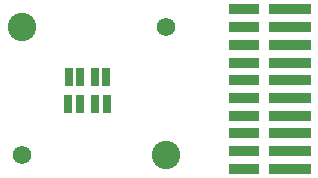
<source format=gbr>
%TF.GenerationSoftware,KiCad,Pcbnew,9.0.0*%
%TF.CreationDate,2025-04-02T01:46:26-07:00*%
%TF.ProjectId,LEDBoardUnhaunted,4c454442-6f61-4726-9455-6e6861756e74,rev?*%
%TF.SameCoordinates,Original*%
%TF.FileFunction,Soldermask,Top*%
%TF.FilePolarity,Negative*%
%FSLAX46Y46*%
G04 Gerber Fmt 4.6, Leading zero omitted, Abs format (unit mm)*
G04 Created by KiCad (PCBNEW 9.0.0) date 2025-04-02 01:46:26*
%MOMM*%
%LPD*%
G01*
G04 APERTURE LIST*
%ADD10C,1.574800*%
%ADD11R,0.650000X1.600000*%
%ADD12C,2.413000*%
%ADD13R,2.641600X0.838200*%
%ADD14R,3.556000X0.838200*%
G04 APERTURE END LIST*
D10*
%TO.C,H4*%
X126288800Y-104267000D03*
%TD*%
D11*
%TO.C,D3*%
X131193600Y-97675700D03*
X130243600Y-97675700D03*
%TD*%
D12*
%TO.C,H1*%
X126288800Y-93472000D03*
%TD*%
D11*
%TO.C,D1*%
X132511800Y-99936300D03*
X133461800Y-99936300D03*
%TD*%
D10*
%TO.C,H3*%
X138480800Y-93472000D03*
%TD*%
D12*
%TO.C,H2*%
X138480800Y-104267000D03*
%TD*%
D11*
%TO.C,D4*%
X131186000Y-99936300D03*
X130236000Y-99936300D03*
%TD*%
D13*
%TO.C,J1*%
X145071000Y-105443800D03*
D14*
X148971000Y-105443800D03*
D13*
X145071000Y-103943801D03*
D14*
X148971000Y-103943801D03*
D13*
X145071000Y-102443801D03*
D14*
X148971000Y-102443801D03*
D13*
X145071000Y-100943802D03*
D14*
X148971000Y-100943802D03*
D13*
X145071000Y-99443802D03*
D14*
X148971000Y-99443802D03*
D13*
X145071000Y-97943803D03*
D14*
X148971000Y-97943803D03*
D13*
X145071000Y-96443800D03*
D14*
X148971000Y-96443800D03*
D13*
X145071000Y-94943801D03*
D14*
X148971000Y-94943801D03*
D13*
X145071000Y-93443801D03*
D14*
X148971000Y-93443801D03*
D13*
X145071000Y-91943802D03*
D14*
X148971000Y-91943802D03*
%TD*%
D11*
%TO.C,D2*%
X132501600Y-97675700D03*
X133451600Y-97675700D03*
%TD*%
M02*

</source>
